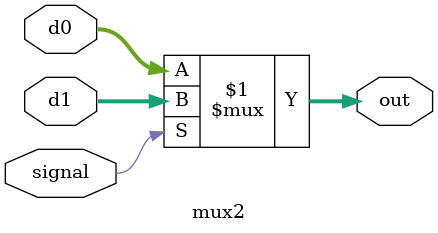
<source format=sv>

module mux2 #(
    parameter WIDTH = 32
) (
    input logic [WIDTH-1:0] d0,
    input logic [WIDTH-1:0] d1,
    input logic signal,
    output logic [WIDTH-1:0] out
);

assign out = signal ? d1 : d0;

endmodule


</source>
